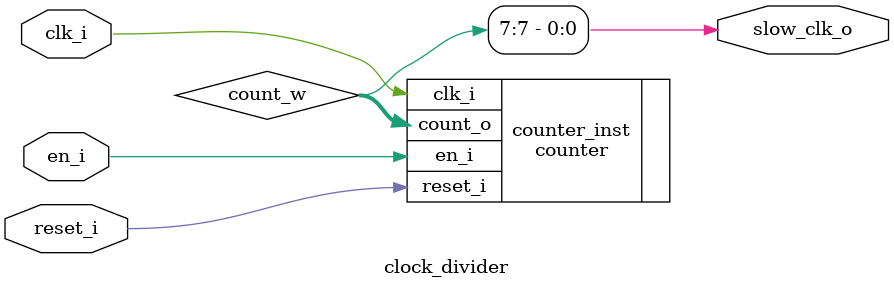
<source format=sv>
module
clock_divider
#(parameter width_p = 8)
(input clk_i
,input en_i
,input reset_i
,output slow_clk_o
);

wire [width_p-1:0] count_w;

counter
#(.width_p(width_p))
counter_inst
(.clk_i(clk_i)
,.en_i(en_i)
,.reset_i(reset_i)
,.count_o(count_w)
);

assign slow_clk_o = count_w[width_p-1];

endmodule

</source>
